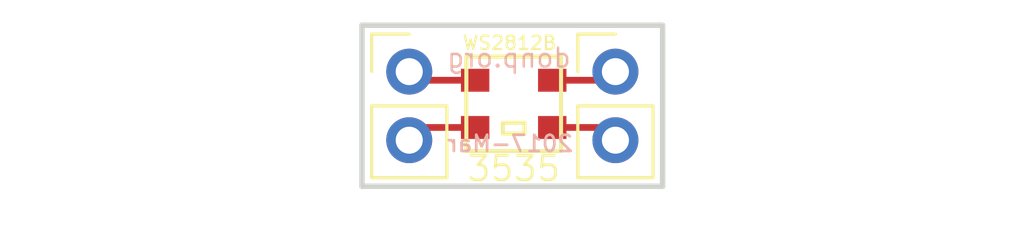
<source format=kicad_pcb>
(kicad_pcb (version 4) (host pcbnew 4.0.5-e0-6337~49~ubuntu16.04.1)

  (general
    (links 0)
    (no_connects 0)
    (area 111.799999 55.055 149.820001 64.425)
    (thickness 1.6)
    (drawings 7)
    (tracks 8)
    (zones 0)
    (modules 3)
    (nets 1)
  )

  (page A4)
  (layers
    (0 F.Cu signal)
    (31 B.Cu signal)
    (32 B.Adhes user)
    (33 F.Adhes user)
    (34 B.Paste user)
    (35 F.Paste user)
    (36 B.SilkS user)
    (37 F.SilkS user)
    (38 B.Mask user)
    (39 F.Mask user)
    (40 Dwgs.User user)
    (41 Cmts.User user)
    (42 Eco1.User user)
    (43 Eco2.User user)
    (44 Edge.Cuts user)
    (45 Margin user)
    (46 B.CrtYd user)
    (47 F.CrtYd user)
    (48 B.Fab user)
    (49 F.Fab user)
  )

  (setup
    (last_trace_width 0.25)
    (trace_clearance 0.2)
    (zone_clearance 0.508)
    (zone_45_only no)
    (trace_min 0.2)
    (segment_width 0.2)
    (edge_width 0.2)
    (via_size 0.6)
    (via_drill 0.4)
    (via_min_size 0.4)
    (via_min_drill 0.3)
    (uvia_size 0.3)
    (uvia_drill 0.1)
    (uvias_allowed no)
    (uvia_min_size 0.2)
    (uvia_min_drill 0.1)
    (pcb_text_width 0.3)
    (pcb_text_size 1.5 1.5)
    (mod_edge_width 0.15)
    (mod_text_size 1 1)
    (mod_text_width 0.15)
    (pad_size 1.7 1.7)
    (pad_drill 1)
    (pad_to_mask_clearance 0.2)
    (aux_axis_origin 0 0)
    (visible_elements FFFEFFFF)
    (pcbplotparams
      (layerselection 0x010f0_80000001)
      (usegerberextensions true)
      (excludeedgelayer true)
      (linewidth 0.100000)
      (plotframeref false)
      (viasonmask false)
      (mode 1)
      (useauxorigin false)
      (hpglpennumber 1)
      (hpglpenspeed 20)
      (hpglpendiameter 15)
      (hpglpenoverlay 2)
      (psnegative false)
      (psa4output false)
      (plotreference true)
      (plotvalue true)
      (plotinvisibletext false)
      (padsonsilk false)
      (subtractmaskfromsilk false)
      (outputformat 1)
      (mirror false)
      (drillshape 0)
      (scaleselection 1)
      (outputdirectory /home/donp/osh))
  )

  (net 0 "")

  (net_class Default "This is the default net class."
    (clearance 0.2)
    (trace_width 0.25)
    (via_dia 0.6)
    (via_drill 0.4)
    (uvia_dia 0.3)
    (uvia_drill 0.1)
  )

  (module Pin_Headers:Pin_Header_Straight_1x02_Pitch2.54mm (layer F.Cu) (tedit 58BAFBA4) (tstamp 58BB8890)
    (at 134.62 58.42)
    (descr "Through hole straight pin header, 1x02, 2.54mm pitch, single row")
    (tags "Through hole pin header THT 1x02 2.54mm single row")
    (fp_text reference "" (at 0 -2.39) (layer F.SilkS)
      (effects (font (size 1 1) (thickness 0.15)))
    )
    (fp_text value Pin_Header_Straight_1x02_Pitch2.54mm (at 0 4.93) (layer F.Fab)
      (effects (font (size 1 1) (thickness 0.15)))
    )
    (fp_line (start -1.27 -1.27) (end -1.27 3.81) (layer F.Fab) (width 0.1))
    (fp_line (start -1.27 3.81) (end 1.27 3.81) (layer F.Fab) (width 0.1))
    (fp_line (start 1.27 3.81) (end 1.27 -1.27) (layer F.Fab) (width 0.1))
    (fp_line (start 1.27 -1.27) (end -1.27 -1.27) (layer F.Fab) (width 0.1))
    (fp_line (start -1.39 1.27) (end -1.39 3.93) (layer F.SilkS) (width 0.12))
    (fp_line (start -1.39 3.93) (end 1.39 3.93) (layer F.SilkS) (width 0.12))
    (fp_line (start 1.39 3.93) (end 1.39 1.27) (layer F.SilkS) (width 0.12))
    (fp_line (start 1.39 1.27) (end -1.39 1.27) (layer F.SilkS) (width 0.12))
    (fp_line (start -1.39 0) (end -1.39 -1.39) (layer F.SilkS) (width 0.12))
    (fp_line (start -1.39 -1.39) (end 0 -1.39) (layer F.SilkS) (width 0.12))
    (fp_line (start -1.6 -1.6) (end -1.6 4.1) (layer F.CrtYd) (width 0.05))
    (fp_line (start -1.6 4.1) (end 1.6 4.1) (layer F.CrtYd) (width 0.05))
    (fp_line (start 1.6 4.1) (end 1.6 -1.6) (layer F.CrtYd) (width 0.05))
    (fp_line (start 1.6 -1.6) (end -1.6 -1.6) (layer F.CrtYd) (width 0.05))
    (pad 1 thru_hole circle (at 0 0) (size 1.7 1.7) (drill 1) (layers *.Cu *.Mask))
    (pad 2 thru_hole oval (at 0 2.54) (size 1.7 1.7) (drill 1) (layers *.Cu *.Mask))
    (model Pin_Headers.3dshapes/Pin_Header_Straight_1x02_Pitch2.54mm.wrl
      (at (xyz 0 -0.05 0))
      (scale (xyz 1 1 1))
      (rotate (xyz 0 0 90))
    )
  )

  (module ws2812:3535 (layer F.Cu) (tedit 588CDD58) (tstamp 58BB3FB9)
    (at 130.8608 59.6138)
    (fp_text reference 3535 (at 0 2.4) (layer F.SilkS)
      (effects (font (size 0.9 0.9) (thickness 0.1)))
    )
    (fp_text value 3535 (at 0.05 -2.2) (layer F.Fab)
      (effects (font (size 1 1) (thickness 0.15)))
    )
    (fp_line (start -0.4 0.7) (end 0.4 0.7) (layer F.SilkS) (width 0.15))
    (fp_line (start 0.4 0.7) (end 0.4 1.1) (layer F.SilkS) (width 0.15))
    (fp_line (start 0.4 1.1) (end -0.4 1.1) (layer F.SilkS) (width 0.15))
    (fp_line (start -0.4 1.1) (end -0.4 0.7) (layer F.SilkS) (width 0.15))
    (fp_line (start 1.75 1.75) (end -1.75 1.75) (layer F.SilkS) (width 0.15))
    (fp_line (start -1.75 1.75) (end -1.75 -1.75) (layer F.SilkS) (width 0.15))
    (fp_line (start 1.75 -1.75) (end 1.75 1.75) (layer F.SilkS) (width 0.15))
    (fp_line (start -1.75 -1.75) (end 1.7 -1.75) (layer F.SilkS) (width 0.15))
    (pad IN smd rect (at 1.325 0.875) (size 1.05 0.85) (drill (offset 0.1 0)) (layers F.Cu F.Paste F.Mask))
    (pad VDD smd rect (at 1.325 -0.875) (size 1.05 0.85) (drill (offset 0.1 0)) (layers F.Cu F.Paste F.Mask))
    (pad GND smd rect (at -1.325 0.875) (size 1.05 0.85) (drill (offset -0.1 0)) (layers F.Cu F.Paste F.Mask))
    (pad OUT smd rect (at -1.325 -0.875) (size 1.05 0.85) (drill (offset -0.1 0)) (layers F.Cu F.Paste F.Mask))
  )

  (module Pin_Headers:Pin_Header_Straight_1x02_Pitch2.54mm (layer F.Cu) (tedit 58BAFB9D) (tstamp 58BB886A)
    (at 127 58.42)
    (descr "Through hole straight pin header, 1x02, 2.54mm pitch, single row")
    (tags "Through hole pin header THT 1x02 2.54mm single row")
    (fp_text reference "" (at 0 -2.39) (layer F.SilkS)
      (effects (font (size 1 1) (thickness 0.15)))
    )
    (fp_text value Pin_Header_Straight_1x02_Pitch2.54mm (at 0 4.93) (layer F.Fab)
      (effects (font (size 1 1) (thickness 0.15)))
    )
    (fp_line (start -1.27 -1.27) (end -1.27 3.81) (layer F.Fab) (width 0.1))
    (fp_line (start -1.27 3.81) (end 1.27 3.81) (layer F.Fab) (width 0.1))
    (fp_line (start 1.27 3.81) (end 1.27 -1.27) (layer F.Fab) (width 0.1))
    (fp_line (start 1.27 -1.27) (end -1.27 -1.27) (layer F.Fab) (width 0.1))
    (fp_line (start -1.39 1.27) (end -1.39 3.93) (layer F.SilkS) (width 0.12))
    (fp_line (start -1.39 3.93) (end 1.39 3.93) (layer F.SilkS) (width 0.12))
    (fp_line (start 1.39 3.93) (end 1.39 1.27) (layer F.SilkS) (width 0.12))
    (fp_line (start 1.39 1.27) (end -1.39 1.27) (layer F.SilkS) (width 0.12))
    (fp_line (start -1.39 0) (end -1.39 -1.39) (layer F.SilkS) (width 0.12))
    (fp_line (start -1.39 -1.39) (end 0 -1.39) (layer F.SilkS) (width 0.12))
    (fp_line (start -1.6 -1.6) (end -1.6 4.1) (layer F.CrtYd) (width 0.05))
    (fp_line (start -1.6 4.1) (end 1.6 4.1) (layer F.CrtYd) (width 0.05))
    (fp_line (start 1.6 4.1) (end 1.6 -1.6) (layer F.CrtYd) (width 0.05))
    (fp_line (start 1.6 -1.6) (end -1.6 -1.6) (layer F.CrtYd) (width 0.05))
    (pad 1 thru_hole circle (at 0 0) (size 1.7 1.7) (drill 1) (layers *.Cu *.Mask))
    (pad 2 thru_hole oval (at 0 2.54) (size 1.7 1.7) (drill 1) (layers *.Cu *.Mask))
    (model Pin_Headers.3dshapes/Pin_Header_Straight_1x02_Pitch2.54mm.wrl
      (at (xyz 0 -0.05 0))
      (scale (xyz 1 1 1))
      (rotate (xyz 0 0 90))
    )
  )

  (gr_text 2017-Mar (at 130.7338 61.087) (layer B.SilkS)
    (effects (font (size 0.6 0.6) (thickness 0.1)) (justify mirror))
  )
  (gr_text donp.org (at 130.683 57.912) (layer B.SilkS)
    (effects (font (size 0.7 0.7) (thickness 0.09)) (justify mirror))
  )
  (gr_text WS2812B (at 130.7084 57.3532) (layer F.SilkS)
    (effects (font (size 0.5 0.5) (thickness 0.08)))
  )
  (gr_line (start 136.3646 56.7018) (end 136.3646 62.6658) (angle 90) (layer Edge.Cuts) (width 0.2) (tstamp 5869BE58))
  (gr_line (start 125.254 56.7018) (end 125.254 62.6658) (angle 90) (layer Edge.Cuts) (width 0.2))
  (gr_line (start 125.254 62.6658) (end 136.3646 62.6658) (angle 90) (layer Edge.Cuts) (width 0.2) (tstamp 5869BDB4))
  (gr_line (start 125.254 56.7018) (end 136.3646 56.7018) (angle 90) (layer Edge.Cuts) (width 0.2))

  (segment (start 132.1858 58.7388) (end 134.3012 58.7388) (width 0.25) (layer F.Cu) (net 0))
  (segment (start 134.3012 58.7388) (end 134.62 58.42) (width 0.25) (layer F.Cu) (net 0) (tstamp 58BAFB1E))
  (segment (start 132.1858 60.4888) (end 134.1488 60.4888) (width 0.25) (layer F.Cu) (net 0))
  (segment (start 134.1488 60.4888) (end 134.62 60.96) (width 0.25) (layer F.Cu) (net 0) (tstamp 58BAFB1B))
  (segment (start 129.5358 60.4888) (end 127.4712 60.4888) (width 0.25) (layer F.Cu) (net 0))
  (segment (start 127.4712 60.4888) (end 127 60.96) (width 0.25) (layer F.Cu) (net 0) (tstamp 58BAFB18))
  (segment (start 129.5358 58.7388) (end 127.3188 58.7388) (width 0.25) (layer F.Cu) (net 0))
  (segment (start 127.3188 58.7388) (end 127 58.42) (width 0.25) (layer F.Cu) (net 0) (tstamp 58BAFB14))

)

</source>
